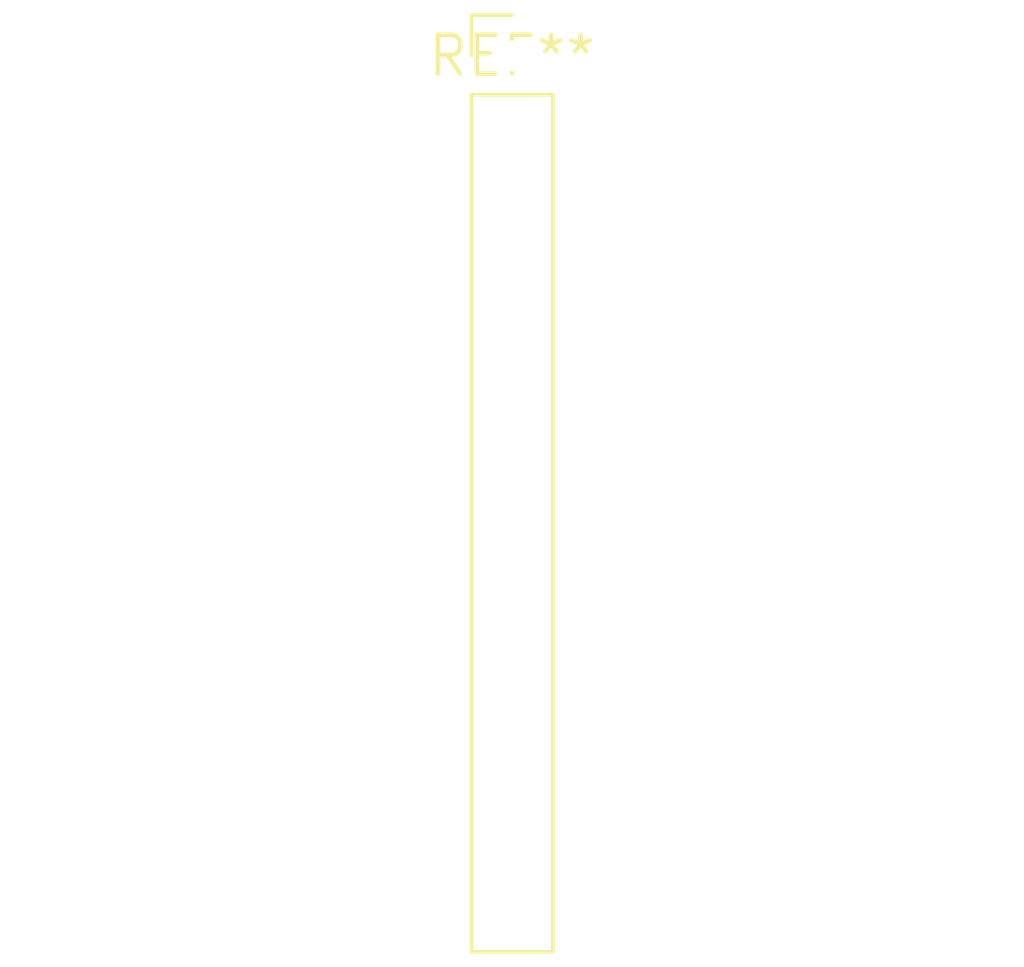
<source format=kicad_pcb>
(kicad_pcb (version 20240108) (generator pcbnew)
  (layers (0 "F.Cu" signal) (31 "B.Cu" signal) (34 "B.Paste" user) (35 "F.Paste" user) (36 "B.SilkS" user "B.Silkscreen") (37 "F.SilkS" user "F.Silkscreen") (38 "B.Mask" user) (39 "F.Mask" user) (44 "Edge.Cuts" user))
  (net 0 "")
  (footprint "PinHeader_1x12_P2.54mm_Vertical" (layer "F.Cu") (at 0 0)
    (property "Reference" "REF**")
    (property "Value" "PinHeader_1x12_P2.54mm_Vertical")
    (fp_line (start -1.33 -1.33) (end 0 -1.33) (layer "F.SilkS") (stroke (width 0.12)))
    (fp_line (start -1.33 0) (end -1.33 -1.33) (layer "F.SilkS") (stroke (width 0.12)))
    (fp_line (start -1.33 1.27) (end -1.33 29.27) (layer "F.SilkS") (stroke (width 0.12)))
    (fp_line (start -1.33 1.27) (end 1.33 1.27) (layer "F.SilkS") (stroke (width 0.12)))
    (fp_line (start -1.33 29.27) (end 1.33 29.27) (layer "F.SilkS") (stroke (width 0.12)))
    (fp_line (start 1.33 1.27) (end 1.33 29.27) (layer "F.SilkS") (stroke (width 0.12)))
    (pad "1" thru_hole rect (at 0 0) (size 1.7 1.7) (drill 1) (layers *.Cu *.Mask) (remove_unused_layers))
    (pad "2" thru_hole oval (at 0 2.54) (size 1.7 1.7) (drill 1) (layers *.Cu *.Mask) (remove_unused_layers))
    (pad "3" thru_hole oval (at 0 5.08) (size 1.7 1.7) (drill 1) (layers *.Cu *.Mask) (remove_unused_layers))
    (pad "4" thru_hole oval (at 0 7.62) (size 1.7 1.7) (drill 1) (layers *.Cu *.Mask) (remove_unused_layers))
    (pad "5" thru_hole oval (at 0 10.16) (size 1.7 1.7) (drill 1) (layers *.Cu *.Mask) (remove_unused_layers))
    (pad "6" thru_hole oval (at 0 12.7) (size 1.7 1.7) (drill 1) (layers *.Cu *.Mask) (remove_unused_layers))
    (pad "7" thru_hole oval (at 0 15.24) (size 1.7 1.7) (drill 1) (layers *.Cu *.Mask) (remove_unused_layers))
    (pad "8" thru_hole oval (at 0 17.78) (size 1.7 1.7) (drill 1) (layers *.Cu *.Mask) (remove_unused_layers))
    (pad "9" thru_hole oval (at 0 20.32) (size 1.7 1.7) (drill 1) (layers *.Cu *.Mask) (remove_unused_layers))
    (pad "10" thru_hole oval (at 0 22.86) (size 1.7 1.7) (drill 1) (layers *.Cu *.Mask) (remove_unused_layers))
    (pad "11" thru_hole oval (at 0 25.4) (size 1.7 1.7) (drill 1) (layers *.Cu *.Mask) (remove_unused_layers))
    (pad "12" thru_hole oval (at 0 27.94) (size 1.7 1.7) (drill 1) (layers *.Cu *.Mask) (remove_unused_layers))
  )
)
</source>
